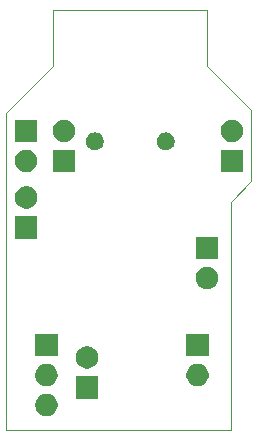
<source format=gbr>
%TF.GenerationSoftware,KiCad,Pcbnew,(5.0.0-rc3-dev)*%
%TF.CreationDate,2019-02-19T23:08:01+00:00*%
%TF.ProjectId,solar_breakout,736F6C61725F627265616B6F75742E6B,rev?*%
%TF.SameCoordinates,Original*%
%TF.FileFunction,Soldermask,Bot*%
%TF.FilePolarity,Negative*%
%FSLAX46Y46*%
G04 Gerber Fmt 4.6, Leading zero omitted, Abs format (unit mm)*
G04 Created by KiCad (PCBNEW (5.0.0-rc3-dev)) date 02/19/19 23:08:01*
%MOMM*%
%LPD*%
G01*
G04 APERTURE LIST*
%ADD10C,0.010000*%
%ADD11C,0.150000*%
G04 APERTURE END LIST*
D10*
X157700000Y-124300000D02*
X138700000Y-124300000D01*
X157700000Y-104950000D02*
X157700000Y-124300000D01*
X159450000Y-97200000D02*
X159450000Y-103200000D01*
X157700000Y-104950000D02*
X159450000Y-103200000D01*
X138700000Y-97450000D02*
X138700000Y-124300000D01*
X155700000Y-93450000D02*
X155700000Y-88700000D01*
X159450000Y-97200000D02*
X155700000Y-93450000D01*
X142700000Y-93450000D02*
X142700000Y-88700000D01*
X138700000Y-97450000D02*
X142700000Y-93450000D01*
X155700000Y-88700000D02*
X142700000Y-88700000D01*
D11*
G36*
X142239451Y-121199127D02*
X142377105Y-121226508D01*
X142549994Y-121298121D01*
X142705590Y-121402087D01*
X142837913Y-121534410D01*
X142941879Y-121690006D01*
X143013492Y-121862895D01*
X143050000Y-122046433D01*
X143050000Y-122233567D01*
X143013492Y-122417105D01*
X142941879Y-122589994D01*
X142837913Y-122745590D01*
X142705590Y-122877913D01*
X142549994Y-122981879D01*
X142377105Y-123053492D01*
X142239452Y-123080873D01*
X142193568Y-123090000D01*
X142006432Y-123090000D01*
X141960548Y-123080873D01*
X141822895Y-123053492D01*
X141650006Y-122981879D01*
X141494410Y-122877913D01*
X141362087Y-122745590D01*
X141258121Y-122589994D01*
X141186508Y-122417105D01*
X141150000Y-122233567D01*
X141150000Y-122046433D01*
X141186508Y-121862895D01*
X141258121Y-121690006D01*
X141362087Y-121534410D01*
X141494410Y-121402087D01*
X141650006Y-121298121D01*
X141822895Y-121226508D01*
X141960549Y-121199127D01*
X142006432Y-121190000D01*
X142193568Y-121190000D01*
X142239451Y-121199127D01*
X142239451Y-121199127D01*
G37*
G36*
X146492000Y-121600000D02*
X144592000Y-121600000D01*
X144592000Y-119700000D01*
X146492000Y-119700000D01*
X146492000Y-121600000D01*
X146492000Y-121600000D01*
G37*
G36*
X155039452Y-118659127D02*
X155177105Y-118686508D01*
X155349994Y-118758121D01*
X155505590Y-118862087D01*
X155637913Y-118994410D01*
X155741879Y-119150006D01*
X155813492Y-119322895D01*
X155840873Y-119460548D01*
X155850000Y-119506432D01*
X155850000Y-119693568D01*
X155840873Y-119739452D01*
X155813492Y-119877105D01*
X155741879Y-120049994D01*
X155637913Y-120205590D01*
X155505590Y-120337913D01*
X155349994Y-120441879D01*
X155177105Y-120513492D01*
X155039452Y-120540873D01*
X154993568Y-120550000D01*
X154806432Y-120550000D01*
X154760548Y-120540873D01*
X154622895Y-120513492D01*
X154450006Y-120441879D01*
X154294410Y-120337913D01*
X154162087Y-120205590D01*
X154058121Y-120049994D01*
X153986508Y-119877105D01*
X153959127Y-119739452D01*
X153950000Y-119693568D01*
X153950000Y-119506432D01*
X153959127Y-119460548D01*
X153986508Y-119322895D01*
X154058121Y-119150006D01*
X154162087Y-118994410D01*
X154294410Y-118862087D01*
X154450006Y-118758121D01*
X154622895Y-118686508D01*
X154760548Y-118659127D01*
X154806432Y-118650000D01*
X154993568Y-118650000D01*
X155039452Y-118659127D01*
X155039452Y-118659127D01*
G37*
G36*
X142239452Y-118659127D02*
X142377105Y-118686508D01*
X142549994Y-118758121D01*
X142705590Y-118862087D01*
X142837913Y-118994410D01*
X142941879Y-119150006D01*
X143013492Y-119322895D01*
X143040873Y-119460548D01*
X143050000Y-119506432D01*
X143050000Y-119693568D01*
X143040873Y-119739452D01*
X143013492Y-119877105D01*
X142941879Y-120049994D01*
X142837913Y-120205590D01*
X142705590Y-120337913D01*
X142549994Y-120441879D01*
X142377105Y-120513492D01*
X142239452Y-120540873D01*
X142193568Y-120550000D01*
X142006432Y-120550000D01*
X141960548Y-120540873D01*
X141822895Y-120513492D01*
X141650006Y-120441879D01*
X141494410Y-120337913D01*
X141362087Y-120205590D01*
X141258121Y-120049994D01*
X141186508Y-119877105D01*
X141159127Y-119739452D01*
X141150000Y-119693568D01*
X141150000Y-119506432D01*
X141159127Y-119460548D01*
X141186508Y-119322895D01*
X141258121Y-119150006D01*
X141362087Y-118994410D01*
X141494410Y-118862087D01*
X141650006Y-118758121D01*
X141822895Y-118686508D01*
X141960548Y-118659127D01*
X142006432Y-118650000D01*
X142193568Y-118650000D01*
X142239452Y-118659127D01*
X142239452Y-118659127D01*
G37*
G36*
X145681452Y-117169127D02*
X145819105Y-117196508D01*
X145991994Y-117268121D01*
X146147590Y-117372087D01*
X146279913Y-117504410D01*
X146383879Y-117660006D01*
X146455492Y-117832895D01*
X146482873Y-117970549D01*
X146490721Y-118010000D01*
X146492000Y-118016433D01*
X146492000Y-118203567D01*
X146455492Y-118387105D01*
X146383879Y-118559994D01*
X146279913Y-118715590D01*
X146147590Y-118847913D01*
X145991994Y-118951879D01*
X145819105Y-119023492D01*
X145681451Y-119050873D01*
X145635568Y-119060000D01*
X145448432Y-119060000D01*
X145402549Y-119050873D01*
X145264895Y-119023492D01*
X145092006Y-118951879D01*
X144936410Y-118847913D01*
X144804087Y-118715590D01*
X144700121Y-118559994D01*
X144628508Y-118387105D01*
X144592000Y-118203567D01*
X144592000Y-118016433D01*
X144593280Y-118010000D01*
X144601127Y-117970549D01*
X144628508Y-117832895D01*
X144700121Y-117660006D01*
X144804087Y-117504410D01*
X144936410Y-117372087D01*
X145092006Y-117268121D01*
X145264895Y-117196508D01*
X145402548Y-117169127D01*
X145448432Y-117160000D01*
X145635568Y-117160000D01*
X145681452Y-117169127D01*
X145681452Y-117169127D01*
G37*
G36*
X143050000Y-118010000D02*
X141150000Y-118010000D01*
X141150000Y-116110000D01*
X143050000Y-116110000D01*
X143050000Y-118010000D01*
X143050000Y-118010000D01*
G37*
G36*
X155850000Y-118010000D02*
X153950000Y-118010000D01*
X153950000Y-116110000D01*
X155850000Y-116110000D01*
X155850000Y-118010000D01*
X155850000Y-118010000D01*
G37*
G36*
X155841452Y-110438127D02*
X155979105Y-110465508D01*
X156151994Y-110537121D01*
X156307590Y-110641087D01*
X156439913Y-110773410D01*
X156543879Y-110929006D01*
X156615492Y-111101895D01*
X156652000Y-111285433D01*
X156652000Y-111472567D01*
X156615492Y-111656105D01*
X156543879Y-111828994D01*
X156439913Y-111984590D01*
X156307590Y-112116913D01*
X156151994Y-112220879D01*
X155979105Y-112292492D01*
X155841452Y-112319873D01*
X155795568Y-112329000D01*
X155608432Y-112329000D01*
X155562548Y-112319873D01*
X155424895Y-112292492D01*
X155252006Y-112220879D01*
X155096410Y-112116913D01*
X154964087Y-111984590D01*
X154860121Y-111828994D01*
X154788508Y-111656105D01*
X154752000Y-111472567D01*
X154752000Y-111285433D01*
X154788508Y-111101895D01*
X154860121Y-110929006D01*
X154964087Y-110773410D01*
X155096410Y-110641087D01*
X155252006Y-110537121D01*
X155424895Y-110465508D01*
X155562548Y-110438127D01*
X155608432Y-110429000D01*
X155795568Y-110429000D01*
X155841452Y-110438127D01*
X155841452Y-110438127D01*
G37*
G36*
X156652000Y-109789000D02*
X154752000Y-109789000D01*
X154752000Y-107889000D01*
X156652000Y-107889000D01*
X156652000Y-109789000D01*
X156652000Y-109789000D01*
G37*
G36*
X141350000Y-108061800D02*
X139450000Y-108061800D01*
X139450000Y-106161800D01*
X141350000Y-106161800D01*
X141350000Y-108061800D01*
X141350000Y-108061800D01*
G37*
G36*
X140539452Y-103630927D02*
X140677105Y-103658308D01*
X140849994Y-103729921D01*
X141005590Y-103833887D01*
X141137913Y-103966210D01*
X141241879Y-104121806D01*
X141313492Y-104294695D01*
X141350000Y-104478233D01*
X141350000Y-104665367D01*
X141313492Y-104848905D01*
X141241879Y-105021794D01*
X141137913Y-105177390D01*
X141005590Y-105309713D01*
X140849994Y-105413679D01*
X140677105Y-105485292D01*
X140539452Y-105512673D01*
X140493568Y-105521800D01*
X140306432Y-105521800D01*
X140260548Y-105512673D01*
X140122895Y-105485292D01*
X139950006Y-105413679D01*
X139794410Y-105309713D01*
X139662087Y-105177390D01*
X139558121Y-105021794D01*
X139486508Y-104848905D01*
X139450000Y-104665367D01*
X139450000Y-104478233D01*
X139486508Y-104294695D01*
X139558121Y-104121806D01*
X139662087Y-103966210D01*
X139794410Y-103833887D01*
X139950006Y-103729921D01*
X140122895Y-103658308D01*
X140260548Y-103630927D01*
X140306432Y-103621800D01*
X140493568Y-103621800D01*
X140539452Y-103630927D01*
X140539452Y-103630927D01*
G37*
G36*
X144550000Y-102420000D02*
X142650000Y-102420000D01*
X142650000Y-100520000D01*
X144550000Y-100520000D01*
X144550000Y-102420000D01*
X144550000Y-102420000D01*
G37*
G36*
X140539451Y-100529127D02*
X140677105Y-100556508D01*
X140849994Y-100628121D01*
X141005590Y-100732087D01*
X141137913Y-100864410D01*
X141241879Y-101020006D01*
X141313492Y-101192895D01*
X141350000Y-101376433D01*
X141350000Y-101563567D01*
X141313492Y-101747105D01*
X141241879Y-101919994D01*
X141137913Y-102075590D01*
X141005590Y-102207913D01*
X140849994Y-102311879D01*
X140677105Y-102383492D01*
X140539452Y-102410873D01*
X140493568Y-102420000D01*
X140306432Y-102420000D01*
X140260548Y-102410873D01*
X140122895Y-102383492D01*
X139950006Y-102311879D01*
X139794410Y-102207913D01*
X139662087Y-102075590D01*
X139558121Y-101919994D01*
X139486508Y-101747105D01*
X139450000Y-101563567D01*
X139450000Y-101376433D01*
X139486508Y-101192895D01*
X139558121Y-101020006D01*
X139662087Y-100864410D01*
X139794410Y-100732087D01*
X139950006Y-100628121D01*
X140122895Y-100556508D01*
X140260548Y-100529127D01*
X140306432Y-100520000D01*
X140493568Y-100520000D01*
X140539451Y-100529127D01*
X140539451Y-100529127D01*
G37*
G36*
X158750000Y-102420000D02*
X156850000Y-102420000D01*
X156850000Y-100520000D01*
X158750000Y-100520000D01*
X158750000Y-102420000D01*
X158750000Y-102420000D01*
G37*
G36*
X152373195Y-99079522D02*
X152422267Y-99089283D01*
X152560942Y-99146724D01*
X152685750Y-99230118D01*
X152791882Y-99336250D01*
X152875276Y-99461058D01*
X152932717Y-99599734D01*
X152962000Y-99746948D01*
X152962000Y-99897052D01*
X152932717Y-100044266D01*
X152875276Y-100182942D01*
X152791882Y-100307750D01*
X152685750Y-100413882D01*
X152685747Y-100413884D01*
X152560942Y-100497276D01*
X152422267Y-100554717D01*
X152373195Y-100564478D01*
X152275052Y-100584000D01*
X152124948Y-100584000D01*
X152026805Y-100564478D01*
X151977733Y-100554717D01*
X151839058Y-100497276D01*
X151714253Y-100413884D01*
X151714250Y-100413882D01*
X151608118Y-100307750D01*
X151524724Y-100182942D01*
X151467283Y-100044266D01*
X151438000Y-99897052D01*
X151438000Y-99746948D01*
X151467283Y-99599734D01*
X151524724Y-99461058D01*
X151608118Y-99336250D01*
X151714250Y-99230118D01*
X151839058Y-99146724D01*
X151977733Y-99089283D01*
X152026805Y-99079522D01*
X152124948Y-99060000D01*
X152275052Y-99060000D01*
X152373195Y-99079522D01*
X152373195Y-99079522D01*
G37*
G36*
X146373195Y-99079522D02*
X146422267Y-99089283D01*
X146560942Y-99146724D01*
X146685750Y-99230118D01*
X146791882Y-99336250D01*
X146875276Y-99461058D01*
X146932717Y-99599734D01*
X146962000Y-99746948D01*
X146962000Y-99897052D01*
X146932717Y-100044266D01*
X146875276Y-100182942D01*
X146791882Y-100307750D01*
X146685750Y-100413882D01*
X146685747Y-100413884D01*
X146560942Y-100497276D01*
X146422267Y-100554717D01*
X146373195Y-100564478D01*
X146275052Y-100584000D01*
X146124948Y-100584000D01*
X146026805Y-100564478D01*
X145977733Y-100554717D01*
X145839058Y-100497276D01*
X145714253Y-100413884D01*
X145714250Y-100413882D01*
X145608118Y-100307750D01*
X145524724Y-100182942D01*
X145467283Y-100044266D01*
X145438000Y-99897052D01*
X145438000Y-99746948D01*
X145467283Y-99599734D01*
X145524724Y-99461058D01*
X145608118Y-99336250D01*
X145714250Y-99230118D01*
X145839058Y-99146724D01*
X145977733Y-99089283D01*
X146026805Y-99079522D01*
X146124948Y-99060000D01*
X146275052Y-99060000D01*
X146373195Y-99079522D01*
X146373195Y-99079522D01*
G37*
G36*
X157939452Y-97989127D02*
X158077105Y-98016508D01*
X158249994Y-98088121D01*
X158405590Y-98192087D01*
X158537913Y-98324410D01*
X158641879Y-98480006D01*
X158713492Y-98652895D01*
X158750000Y-98836433D01*
X158750000Y-99023567D01*
X158713492Y-99207105D01*
X158641879Y-99379994D01*
X158537913Y-99535590D01*
X158405590Y-99667913D01*
X158249994Y-99771879D01*
X158077105Y-99843492D01*
X157939452Y-99870873D01*
X157893568Y-99880000D01*
X157706432Y-99880000D01*
X157660548Y-99870873D01*
X157522895Y-99843492D01*
X157350006Y-99771879D01*
X157194410Y-99667913D01*
X157062087Y-99535590D01*
X156958121Y-99379994D01*
X156886508Y-99207105D01*
X156850000Y-99023567D01*
X156850000Y-98836433D01*
X156886508Y-98652895D01*
X156958121Y-98480006D01*
X157062087Y-98324410D01*
X157194410Y-98192087D01*
X157350006Y-98088121D01*
X157522895Y-98016508D01*
X157660549Y-97989127D01*
X157706432Y-97980000D01*
X157893568Y-97980000D01*
X157939452Y-97989127D01*
X157939452Y-97989127D01*
G37*
G36*
X141350000Y-99880000D02*
X139450000Y-99880000D01*
X139450000Y-97980000D01*
X141350000Y-97980000D01*
X141350000Y-99880000D01*
X141350000Y-99880000D01*
G37*
G36*
X143739452Y-97989127D02*
X143877105Y-98016508D01*
X144049994Y-98088121D01*
X144205590Y-98192087D01*
X144337913Y-98324410D01*
X144441879Y-98480006D01*
X144513492Y-98652895D01*
X144550000Y-98836433D01*
X144550000Y-99023567D01*
X144513492Y-99207105D01*
X144441879Y-99379994D01*
X144337913Y-99535590D01*
X144205590Y-99667913D01*
X144049994Y-99771879D01*
X143877105Y-99843492D01*
X143739452Y-99870873D01*
X143693568Y-99880000D01*
X143506432Y-99880000D01*
X143460548Y-99870873D01*
X143322895Y-99843492D01*
X143150006Y-99771879D01*
X142994410Y-99667913D01*
X142862087Y-99535590D01*
X142758121Y-99379994D01*
X142686508Y-99207105D01*
X142650000Y-99023567D01*
X142650000Y-98836433D01*
X142686508Y-98652895D01*
X142758121Y-98480006D01*
X142862087Y-98324410D01*
X142994410Y-98192087D01*
X143150006Y-98088121D01*
X143322895Y-98016508D01*
X143460549Y-97989127D01*
X143506432Y-97980000D01*
X143693568Y-97980000D01*
X143739452Y-97989127D01*
X143739452Y-97989127D01*
G37*
M02*

</source>
